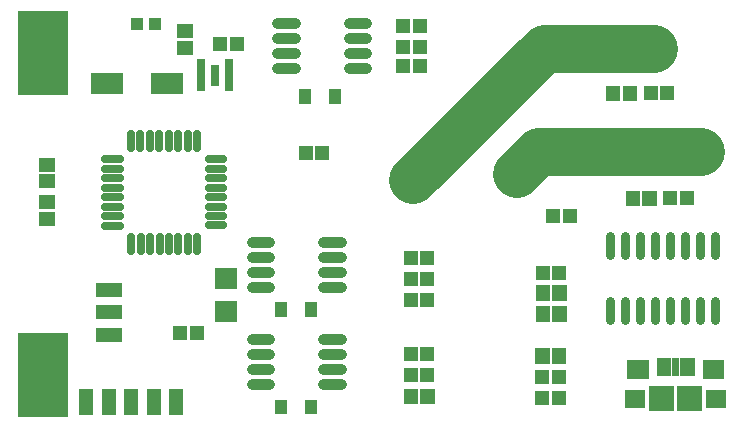
<source format=gbs>
G04 Layer: BottomSolderMaskLayer*
G04 EasyEDA v6.1.51, Thu, 11 Jul 2019 05:23:43 GMT*
G04 97ee957230b044f1988730904329927e,674c0623d3a246009f606e19fc16e94a,10*
G04 Gerber Generator version 0.2*
G04 Scale: 100 percent, Rotated: No, Reflected: No *
G04 Dimensions in millimeters *
G04 leading zeros omitted , absolute positions ,3 integer and 3 decimal *
%FSLAX33Y33*%
%MOMM*%
G90*
G71D02*

%ADD49C,4.101592*%
%ADD50C,0.803199*%
%ADD51R,4.203192X7.203211*%
%ADD55R,1.203198X1.303198*%
%ADD60R,1.013460X1.013460*%
%ADD61C,0.653212*%
%ADD62C,0.903199*%
%ADD72R,1.203198X2.203196*%

%LPD*%
G54D49*
G01X54168Y31553D02*
G01X44939Y31553D01*
G01X33782Y20396D01*
G01X58166Y22809D02*
G01X44450Y22809D01*
G01X42545Y20904D01*
G54D50*
G01X59309Y10172D02*
G01X59309Y8572D01*
G01X58039Y10172D02*
G01X58039Y8572D01*
G01X56769Y10172D02*
G01X56769Y8572D01*
G01X55499Y10172D02*
G01X55499Y8572D01*
G01X54229Y10172D02*
G01X54229Y8572D01*
G01X52959Y10172D02*
G01X52959Y8572D01*
G01X51689Y10172D02*
G01X51689Y8572D01*
G01X50419Y10172D02*
G01X50419Y8572D01*
G01X59309Y15709D02*
G01X59309Y14109D01*
G01X58039Y15709D02*
G01X58039Y14109D01*
G01X56769Y15709D02*
G01X56769Y14109D01*
G01X55499Y15709D02*
G01X55499Y14109D01*
G01X54229Y15709D02*
G01X54229Y14109D01*
G01X52959Y15709D02*
G01X52959Y14109D01*
G01X51689Y15709D02*
G01X51689Y14109D01*
G01X50419Y15709D02*
G01X50419Y14109D01*
G54D61*
G01X8931Y22174D02*
G01X7731Y22174D01*
G01X8931Y21374D02*
G01X7731Y21374D01*
G01X8931Y20574D02*
G01X7731Y20574D01*
G01X8931Y19773D02*
G01X7731Y19773D01*
G01X8931Y18976D02*
G01X7731Y18976D01*
G01X8931Y18176D02*
G01X7731Y18176D01*
G01X8931Y17376D02*
G01X7731Y17376D01*
G01X8931Y16576D02*
G01X7731Y16576D01*
G01X9906Y15611D02*
G01X9906Y14411D01*
G01X10706Y15611D02*
G01X10706Y14411D01*
G01X11506Y15611D02*
G01X11506Y14411D01*
G01X12306Y15611D02*
G01X12306Y14411D01*
G01X13103Y15611D02*
G01X13103Y14411D01*
G01X13903Y15611D02*
G01X13903Y14411D01*
G01X14704Y15611D02*
G01X14704Y14411D01*
G01X15504Y15611D02*
G01X15504Y14411D01*
G01X17694Y16586D02*
G01X16494Y16586D01*
G01X17694Y17386D02*
G01X16494Y17386D01*
G01X17694Y18186D02*
G01X16494Y18186D01*
G01X17694Y18986D02*
G01X16494Y18986D01*
G01X17694Y19784D02*
G01X16494Y19784D01*
G01X17694Y20584D02*
G01X16494Y20584D01*
G01X17694Y21384D02*
G01X16494Y21384D01*
G01X17694Y22184D02*
G01X16494Y22184D01*
G01X15494Y24348D02*
G01X15494Y23149D01*
G01X14693Y24348D02*
G01X14693Y23149D01*
G01X13893Y24348D02*
G01X13893Y23149D01*
G01X13093Y24348D02*
G01X13093Y23149D01*
G01X12296Y24348D02*
G01X12296Y23149D01*
G01X11496Y24348D02*
G01X11496Y23149D01*
G01X10695Y24348D02*
G01X10695Y23149D01*
G01X9895Y24348D02*
G01X9895Y23149D01*
G54D62*
G01X21603Y3124D02*
G01X20103Y3124D01*
G01X21603Y4394D02*
G01X20103Y4394D01*
G01X21603Y5664D02*
G01X20103Y5664D01*
G01X21603Y6934D02*
G01X20103Y6934D01*
G01X27648Y3124D02*
G01X26148Y3124D01*
G01X27648Y4394D02*
G01X26148Y4394D01*
G01X27648Y5664D02*
G01X26148Y5664D01*
G01X27648Y6934D02*
G01X26148Y6934D01*
G01X23762Y29921D02*
G01X22262Y29921D01*
G01X23762Y31191D02*
G01X22262Y31191D01*
G01X23762Y32461D02*
G01X22262Y32461D01*
G01X23762Y33731D02*
G01X22262Y33731D01*
G01X29807Y29921D02*
G01X28307Y29921D01*
G01X29807Y31191D02*
G01X28307Y31191D01*
G01X29807Y32461D02*
G01X28307Y32461D01*
G01X29807Y33731D02*
G01X28307Y33731D01*
G01X21603Y11379D02*
G01X20103Y11379D01*
G01X21603Y12649D02*
G01X20103Y12649D01*
G01X21603Y13919D02*
G01X20103Y13919D01*
G01X21603Y15189D02*
G01X20103Y15189D01*
G01X27648Y11379D02*
G01X26148Y11379D01*
G01X27648Y12649D02*
G01X26148Y12649D01*
G01X27648Y13919D02*
G01X26148Y13919D01*
G01X27648Y15189D02*
G01X26148Y15189D01*
G36*
G01X58305Y3553D02*
G01X58305Y5156D01*
G01X60109Y5156D01*
G01X60109Y3553D01*
G01X58305Y3553D01*
G37*
G36*
G01X51904Y3553D02*
G01X51904Y5156D01*
G01X53708Y5156D01*
G01X53708Y3553D01*
G01X51904Y3553D01*
G37*
G36*
G01X58610Y1165D02*
G01X58610Y2669D01*
G01X60264Y2669D01*
G01X60264Y1165D01*
G01X58610Y1165D01*
G37*
G36*
G01X51752Y1165D02*
G01X51752Y2669D01*
G01X53406Y2669D01*
G01X53406Y1165D01*
G01X51752Y1165D01*
G37*
G36*
G01X56149Y866D02*
G01X56149Y2969D01*
G01X58252Y2969D01*
G01X58252Y866D01*
G01X56149Y866D01*
G37*
G36*
G01X53761Y866D02*
G01X53761Y2969D01*
G01X55864Y2969D01*
G01X55864Y866D01*
G01X53761Y866D01*
G37*
G36*
G01X57002Y3807D02*
G01X57002Y5359D01*
G01X57604Y5359D01*
G01X57604Y3807D01*
G01X57002Y3807D01*
G37*
G36*
G01X54411Y3807D02*
G01X54411Y5359D01*
G01X55013Y5359D01*
G01X55013Y3807D01*
G01X54411Y3807D01*
G37*
G36*
G01X56367Y3807D02*
G01X56367Y5359D01*
G01X56969Y5359D01*
G01X56969Y3807D01*
G01X56367Y3807D01*
G37*
G36*
G01X55046Y3807D02*
G01X55046Y5359D01*
G01X55648Y5359D01*
G01X55648Y3807D01*
G01X55046Y3807D01*
G37*
G36*
G01X55707Y3807D02*
G01X55707Y5359D01*
G01X56309Y5359D01*
G01X56309Y3807D01*
G01X55707Y3807D01*
G37*
G36*
G01X15468Y27934D02*
G01X15468Y30637D01*
G01X16169Y30637D01*
G01X16169Y27934D01*
G01X15468Y27934D01*
G37*
G36*
G01X16667Y28384D02*
G01X16667Y30187D01*
G01X17368Y30187D01*
G01X17368Y28384D01*
G01X16667Y28384D01*
G37*
G36*
G01X17866Y27934D02*
G01X17866Y30637D01*
G01X18567Y30637D01*
G01X18567Y27934D01*
G01X17866Y27934D01*
G37*
G54D55*
G01X46127Y1981D03*
G01X44728Y1981D03*
G01X46127Y3759D03*
G01X44728Y3759D03*
G36*
G01X44135Y4874D02*
G01X44135Y6177D01*
G01X45339Y6177D01*
G01X45339Y4874D01*
G01X44135Y4874D01*
G37*
G36*
G01X45534Y4874D02*
G01X45534Y6177D01*
G01X46738Y6177D01*
G01X46738Y4874D01*
G01X45534Y4874D01*
G37*
G01X34989Y3886D03*
G01X33590Y3886D03*
G01X34989Y5664D03*
G01X33590Y5664D03*
G36*
G01X32989Y1455D02*
G01X32989Y2760D01*
G01X34190Y2760D01*
G01X34190Y1455D01*
G01X32989Y1455D01*
G37*
G36*
G01X34389Y1455D02*
G01X34389Y2760D01*
G01X35590Y2760D01*
G01X35590Y1455D01*
G01X34389Y1455D01*
G37*
G36*
G01X22105Y617D02*
G01X22105Y1821D01*
G01X23108Y1821D01*
G01X23108Y617D01*
G01X22105Y617D01*
G37*
G36*
G01X24645Y617D02*
G01X24645Y1821D01*
G01X25648Y1821D01*
G01X25648Y617D01*
G01X24645Y617D01*
G37*
G36*
G01X44165Y10218D02*
G01X44165Y11523D01*
G01X45366Y11523D01*
G01X45366Y10218D01*
G01X44165Y10218D01*
G37*
G36*
G01X45565Y10218D02*
G01X45565Y11523D01*
G01X46766Y11523D01*
G01X46766Y10218D01*
G01X45565Y10218D01*
G37*
G36*
G01X44165Y8440D02*
G01X44165Y9745D01*
G01X45366Y9745D01*
G01X45366Y8440D01*
G01X44165Y8440D01*
G37*
G36*
G01X45565Y8440D02*
G01X45565Y9745D01*
G01X46766Y9745D01*
G01X46766Y8440D01*
G01X45565Y8440D01*
G37*
G36*
G01X51785Y18219D02*
G01X51785Y19524D01*
G01X52986Y19524D01*
G01X52986Y18219D01*
G01X51785Y18219D01*
G37*
G36*
G01X53185Y18219D02*
G01X53185Y19524D01*
G01X54386Y19524D01*
G01X54386Y18219D01*
G01X53185Y18219D01*
G37*
G36*
G01X50134Y27109D02*
G01X50134Y28414D01*
G01X51335Y28414D01*
G01X51335Y27109D01*
G01X50134Y27109D01*
G37*
G36*
G01X51534Y27109D02*
G01X51534Y28414D01*
G01X52735Y28414D01*
G01X52735Y27109D01*
G01X51534Y27109D01*
G37*
G01X56960Y18872D03*
G01X55561Y18872D03*
G01X55309Y27762D03*
G01X53910Y27762D03*
G01X46165Y12522D03*
G01X44766Y12522D03*
G01X47054Y17348D03*
G01X45655Y17348D03*
G01X26099Y22682D03*
G01X24700Y22682D03*
G01X15458Y7504D03*
G01X14058Y7504D03*
G36*
G01X2141Y17955D02*
G01X2141Y19156D01*
G01X3446Y19156D01*
G01X3446Y17955D01*
G01X2141Y17955D01*
G37*
G36*
G01X2141Y16555D02*
G01X2141Y17757D01*
G01X3446Y17757D01*
G01X3446Y16555D01*
G01X2141Y16555D01*
G37*
G01X34354Y30048D03*
G01X32955Y30048D03*
G01X34354Y33477D03*
G01X32955Y33477D03*
G01X34354Y31699D03*
G01X32955Y31699D03*
G36*
G01X24137Y26906D02*
G01X24137Y28110D01*
G01X25140Y28110D01*
G01X25140Y26906D01*
G01X24137Y26906D01*
G37*
G36*
G01X26677Y26906D02*
G01X26677Y28110D01*
G01X27680Y28110D01*
G01X27680Y26906D01*
G01X26677Y26906D01*
G37*
G01X34989Y10236D03*
G01X33590Y10236D03*
G01X34989Y13792D03*
G01X33590Y13792D03*
G01X34989Y12014D03*
G01X33590Y12014D03*
G36*
G01X22105Y8872D02*
G01X22105Y10076D01*
G01X23108Y10076D01*
G01X23108Y8872D01*
G01X22105Y8872D01*
G37*
G36*
G01X24645Y8872D02*
G01X24645Y10076D01*
G01X25648Y10076D01*
G01X25648Y8872D01*
G01X24645Y8872D01*
G37*
G36*
G01X6504Y27736D02*
G01X6504Y29464D01*
G01X9248Y29464D01*
G01X9248Y27736D01*
G01X6504Y27736D01*
G37*
G36*
G01X11584Y27736D02*
G01X11584Y29464D01*
G01X14328Y29464D01*
G01X14328Y27736D01*
G01X11584Y27736D01*
G37*
G36*
G01X2141Y19730D02*
G01X2141Y20932D01*
G01X3446Y20932D01*
G01X3446Y19730D01*
G01X2141Y19730D01*
G37*
G36*
G01X2141Y21130D02*
G01X2141Y22331D01*
G01X3446Y22331D01*
G01X3446Y21130D01*
G01X2141Y21130D01*
G37*
G36*
G01X17033Y8384D02*
G01X17033Y10187D01*
G01X18836Y10187D01*
G01X18836Y8384D01*
G01X17033Y8384D01*
G37*
G36*
G01X17033Y11183D02*
G01X17033Y12987D01*
G01X18836Y12987D01*
G01X18836Y11183D01*
G01X17033Y11183D01*
G37*
G01X18869Y31963D03*
G01X17469Y31963D03*
G36*
G01X13815Y32433D02*
G01X13815Y33637D01*
G01X15118Y33637D01*
G01X15118Y32433D01*
G01X13815Y32433D01*
G37*
G36*
G01X13815Y31033D02*
G01X13815Y32237D01*
G01X15118Y32237D01*
G01X15118Y31033D01*
G01X13815Y31033D01*
G37*
G54D60*
G01X11961Y33643D03*
G01X10437Y33643D03*
G36*
G01X6898Y6713D02*
G01X6898Y7917D01*
G01X9103Y7917D01*
G01X9103Y6713D01*
G01X6898Y6713D01*
G37*
G36*
G01X6896Y8643D02*
G01X6896Y9847D01*
G01X9098Y9847D01*
G01X9098Y8643D01*
G01X6896Y8643D01*
G37*
G36*
G01X6898Y10523D02*
G01X6898Y11727D01*
G01X9103Y11727D01*
G01X9103Y10523D01*
G01X6898Y10523D01*
G37*
G54D51*
G01X2413Y31191D03*
G54D72*
G01X6096Y1600D03*
G01X13716Y1600D03*
G01X11811Y1600D03*
G01X9906Y1600D03*
G01X8001Y1600D03*
G54D51*
G01X2413Y3886D03*
M00*
M02*

</source>
